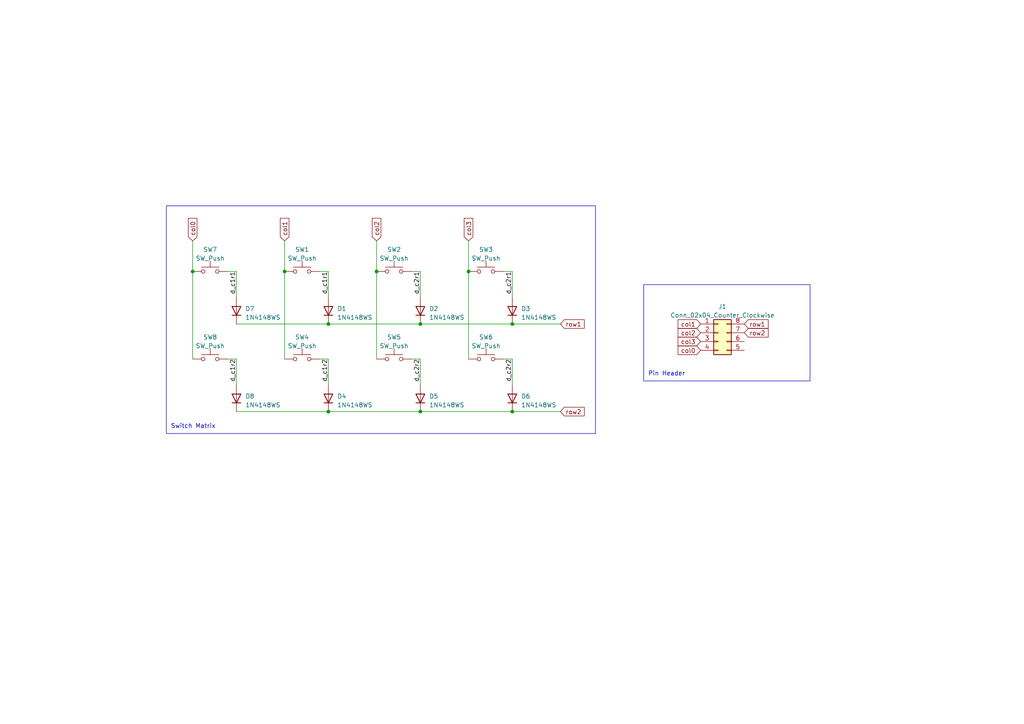
<source format=kicad_sch>
(kicad_sch (version 20230121) (generator eeschema)
  (paper "A4")
  (lib_symbols
    (symbol "Connector_Generic:Conn_02x04_Counter_Clockwise" (pin_names (offset 1.016) hide)
      (property "Reference" "J" (at 1.27 5.08 0))
      (property "Value" "Conn_02x04_Counter_Clockwise" (at 1.27 -7.62 0))
      (symbol "Conn_02x04_Counter_Clockwise_1_1"
        (rectangle (start -1.27 -4.953) (end 0 -5.207) (stroke (width 0.1524)))
        (rectangle (start -1.27 -2.413) (end 0 -2.667) (stroke (width 0.1524)))
        (rectangle (start -1.27 0.127) (end 0 -0.127) (stroke (width 0.1524)))
        (rectangle (start -1.27 2.667) (end 0 2.413) (stroke (width 0.1524)))
        (rectangle (start -1.27 3.81) (end 3.81 -6.35) (stroke (width 0.254)) (fill (type background)))
        (rectangle (start 3.81 -4.953) (end 2.54 -5.207) (stroke (width 0.1524)))
        (rectangle (start 3.81 -2.413) (end 2.54 -2.667) (stroke (width 0.1524)))
        (rectangle (start 3.81 0.127) (end 2.54 -0.127) (stroke (width 0.1524)))
        (rectangle (start 3.81 2.667) (end 2.54 2.413) (stroke (width 0.1524)))
        (pin passive line (at -5.08 2.54 0) (length 3.81) (name "Pin_1") (number "1"))
        (pin passive line (at -5.08 0 0) (length 3.81) (name "Pin_2") (number "2"))
        (pin passive line (at -5.08 -2.54 0) (length 3.81) (name "Pin_3") (number "3"))
        (pin passive line (at -5.08 -5.08 0) (length 3.81) (name "Pin_4") (number "4"))
        (pin passive line (at 7.62 -5.08 180) (length 3.81) (name "Pin_5") (number "5"))
        (pin passive line (at 7.62 -2.54 180) (length 3.81) (name "Pin_6") (number "6"))
        (pin passive line (at 7.62 0 180) (length 3.81) (name "Pin_7") (number "7"))
        (pin passive line (at 7.62 2.54 180) (length 3.81) (name "Pin_8") (number "8"))
      )
    )
    (symbol "Diode:1N4148WS" (pin_numbers hide) (pin_names hide)
      (property "Reference" "D" (at 0 2.54 0))
      (property "Value" "1N4148WS" (at 0 -2.54 0))
      (symbol "1N4148WS_0_1"
        (polyline (pts (xy -1.27 1.27) (xy -1.27 -1.27)) (stroke (width 0.254)))
        (polyline (pts (xy 1.27 0) (xy -1.27 0)))
        (polyline (pts (xy 1.27 1.27) (xy 1.27 -1.27) (xy -1.27 0) (xy 1.27 1.27)) (stroke (width 0.254)))
      )
      (symbol "1N4148WS_1_1"
        (pin passive line (at -3.81 0 0) (length 2.54) (name "K") (number "1"))
        (pin passive line (at 3.81 0 180) (length 2.54) (name "A") (number "2"))
      )
    )
    (symbol "Switch:SW_Push" (pin_numbers hide) (pin_names (offset 1.016) hide)
      (property "Reference" "SW" (at 1.27 2.54 0))
      (property "Value" "SW_Push" (at 0 -1.524 0))
      (symbol "SW_Push_0_1"
        (circle (center -2.032 0) (radius 0.508))
        (polyline (pts (xy 0 1.27) (xy 0 3.048)))
        (polyline (pts (xy 2.54 1.27) (xy -2.54 1.27)))
        (circle (center 2.032 0) (radius 0.508))
        (pin passive line (at -5.08 0 0) (length 2.54) (name "1") (number "1"))
        (pin passive line (at 5.08 0 180) (length 2.54) (name "2") (number "2"))
      )
    )
  )
  (junction (at 121.92 93.98))
  (junction (at 121.92 119.38))
  (junction (at 135.89 78.74))
  (junction (at 95.25 93.98))
  (junction (at 148.59 93.98))
  (junction (at 109.22 78.74))
  (junction (at 148.59 119.38))
  (junction (at 95.25 119.38))
  (junction (at 82.55 78.74))
  (junction (at 55.88 78.74))
  (wire (pts (xy 68.58 78.74) (xy 66.04 78.74)))
  (wire (pts (xy 95.25 93.98) (xy 121.92 93.98)))
  (wire (pts (xy 95.25 104.14) (xy 92.71 104.14)))
  (wire (pts (xy 148.59 119.38) (xy 162.56 119.38)))
  (wire (pts (xy 95.25 78.74) (xy 95.25 86.36)))
  (wire (pts (xy 82.55 69.85) (xy 82.55 78.74)))
  (wire (pts (xy 148.59 93.98) (xy 162.56 93.98)))
  (wire (pts (xy 68.58 119.38) (xy 95.25 119.38)))
  (wire (pts (xy 68.58 104.14) (xy 68.58 111.76)))
  (wire (pts (xy 135.89 69.85) (xy 135.89 78.74)))
  (wire (pts (xy 82.55 78.74) (xy 82.55 104.14)))
  (wire (pts (xy 121.92 119.38) (xy 148.59 119.38)))
  (wire (pts (xy 121.92 111.76) (xy 121.92 104.14)))
  (wire (pts (xy 121.92 104.14) (xy 119.38 104.14)))
  (wire (pts (xy 148.59 86.36) (xy 148.59 78.74)))
  (wire (pts (xy 55.88 69.85) (xy 55.88 78.74)))
  (wire (pts (xy 148.59 104.14) (xy 146.05 104.14)))
  (wire (pts (xy 68.58 93.98) (xy 95.25 93.98)))
  (wire (pts (xy 95.25 119.38) (xy 121.92 119.38)))
  (wire (pts (xy 121.92 78.74) (xy 119.38 78.74)))
  (wire (pts (xy 68.58 78.74) (xy 68.58 86.36)))
  (wire (pts (xy 135.89 78.74) (xy 135.89 104.14)))
  (wire (pts (xy 109.22 78.74) (xy 109.22 104.14)))
  (wire (pts (xy 148.59 111.76) (xy 148.59 104.14)))
  (wire (pts (xy 121.92 93.98) (xy 148.59 93.98)))
  (wire (pts (xy 95.25 78.74) (xy 92.71 78.74)))
  (wire (pts (xy 68.58 104.14) (xy 66.04 104.14)))
  (wire (pts (xy 148.59 78.74) (xy 146.05 78.74)))
  (wire (pts (xy 95.25 104.14) (xy 95.25 111.76)))
  (wire (pts (xy 121.92 86.36) (xy 121.92 78.74)))
  (wire (pts (xy 109.22 69.85) (xy 109.22 78.74)))
  (wire (pts (xy 55.88 78.74) (xy 55.88 104.14)))
  (rectangle (start 186.69 82.55) (end 234.95 110.49))
  (rectangle (start 48.26 59.69) (end 172.72 125.73))
  (text "Pin Header" (at 187.96 109.22 0) (effects (font (size 1.27 1.27)) (justify left bottom)))
  (text "Switch Matrix" (at 49.53 124.46 0) (effects (font (size 1.27 1.27)) (justify left bottom)))
  (label "d_c2r2" (at 121.92 104.14 270))
  (label "d_c2r1" (at 148.59 78.74 270))
  (label "d_c1r1" (at 95.25 78.74 270))
  (label "d_c2r1" (at 121.92 78.74 270))
  (label "d_c1r1" (at 68.58 78.74 270))
  (label "d_c1r2" (at 95.25 104.14 270))
  (label "d_c2r2" (at 148.59 104.14 270))
  (label "d_c1r2" (at 68.58 104.14 270))
  (global_label "col3" (shape input) (at 203.2 99.06 180) (property "Intersheetrefs" "${INTERSHEET_REFS}" (effects hide)))
  (global_label "row2" (shape input) (at 215.9 96.52 0) (property "Intersheetrefs" "${INTERSHEET_REFS}" (effects hide)))
  (global_label "col0" (shape input) (at 203.2 101.6 180) (property "Intersheetrefs" "${INTERSHEET_REFS}" (effects hide)))
  (global_label "col3" (shape input) (at 135.89 69.85 90) (property "Intersheetrefs" "${INTERSHEET_REFS}" (effects hide)))
  (global_label "col1" (shape input) (at 203.2 93.98 180) (property "Intersheetrefs" "${INTERSHEET_REFS}" (effects hide)))
  (global_label "row1" (shape input) (at 215.9 93.98 0) (property "Intersheetrefs" "${INTERSHEET_REFS}" (effects hide)))
  (global_label "col1" (shape input) (at 82.55 69.85 90) (property "Intersheetrefs" "${INTERSHEET_REFS}" (effects hide)))
  (global_label "row2" (shape input) (at 162.56 119.38 0) (property "Intersheetrefs" "${INTERSHEET_REFS}" (effects hide)))
  (global_label "row1" (shape input) (at 162.56 93.98 0) (property "Intersheetrefs" "${INTERSHEET_REFS}" (effects hide)))
  (global_label "col2" (shape input) (at 109.22 69.85 90) (property "Intersheetrefs" "${INTERSHEET_REFS}" (effects hide)))
  (global_label "col2" (shape input) (at 203.2 96.52 180) (property "Intersheetrefs" "${INTERSHEET_REFS}" (effects hide)))
  (global_label "col0" (shape input) (at 55.88 69.85 90) (property "Intersheetrefs" "${INTERSHEET_REFS}" (effects hide)))
  (symbol (lib_id "Switch:SW_Push") (at 60.96 78.74 0) (unit 1)
    (property "Reference" "SW7" (at 60.96 72.39 0))
    (property "Value" "SW_Push" (at 60.96 74.93 0))
    (property "Footprint" "Project Footprints:smd_simple_sample" (effects hide))
  )
  (symbol (lib_id "Switch:SW_Push") (at 114.3 78.74 0) (unit 1)
    (property "Reference" "SW2" (at 114.3 72.39 0))
    (property "Value" "SW_Push" (at 114.3 74.93 0))
    (property "Footprint" "Project Footprints:smd_simple_sample" (effects hide))
  )
  (symbol (lib_id "Diode:1N4148WS") (at 148.59 115.57 90) (unit 1)
    (property "Reference" "D6" (at 151.13 114.935 90) (effects (justify right)))
    (property "Value" "1N4148WS" (at 151.13 117.475 90) (effects (justify right)))
    (property "Footprint" "Diode_SMD:D_SOD-323_HandSoldering" (effects hide))
    (property "Datasheet" "https://www.vishay.com/docs/85751/1n4148ws.pdf" (effects hide))
    (property "Sim.Device" "D" (effects hide))
    (property "Sim.Pins" "1=K 2=A" (effects hide))
  )
  (symbol (lib_id "Diode:1N4148WS") (at 121.92 115.57 90) (unit 1)
    (property "Reference" "D5" (at 124.46 114.935 90) (effects (justify right)))
    (property "Value" "1N4148WS" (at 124.46 117.475 90) (effects (justify right)))
    (property "Footprint" "Diode_SMD:D_SOD-323_HandSoldering" (effects hide))
    (property "Datasheet" "https://www.vishay.com/docs/85751/1n4148ws.pdf" (effects hide))
    (property "Sim.Device" "D" (effects hide))
    (property "Sim.Pins" "1=K 2=A" (effects hide))
  )
  (symbol (lib_id "Switch:SW_Push") (at 87.63 78.74 0) (unit 1)
    (property "Reference" "SW1" (at 87.63 72.39 0))
    (property "Value" "SW_Push" (at 87.63 74.93 0))
    (property "Footprint" "Project Footprints:smd_simple_sample" (effects hide))
  )
  (symbol (lib_id "Diode:1N4148WS") (at 148.59 90.17 90) (unit 1)
    (property "Reference" "D3" (at 151.13 89.535 90) (effects (justify right)))
    (property "Value" "1N4148WS" (at 151.13 92.075 90) (effects (justify right)))
    (property "Footprint" "Diode_SMD:D_SOD-323_HandSoldering" (effects hide))
    (property "Datasheet" "https://www.vishay.com/docs/85751/1n4148ws.pdf" (effects hide))
    (property "Sim.Device" "D" (effects hide))
    (property "Sim.Pins" "1=K 2=A" (effects hide))
  )
  (symbol (lib_id "Diode:1N4148WS") (at 95.25 115.57 90) (unit 1)
    (property "Reference" "D4" (at 97.79 114.935 90) (effects (justify right)))
    (property "Value" "1N4148WS" (at 97.79 117.475 90) (effects (justify right)))
    (property "Footprint" "Diode_SMD:D_SOD-323_HandSoldering" (effects hide))
    (property "Datasheet" "https://www.vishay.com/docs/85751/1n4148ws.pdf" (effects hide))
    (property "Sim.Device" "D" (effects hide))
    (property "Sim.Pins" "1=K 2=A" (effects hide))
  )
  (symbol (lib_id "Connector_Generic:Conn_02x04_Counter_Clockwise") (at 208.28 96.52 0) (unit 1)
    (property "Reference" "J1" (at 209.55 88.9 0))
    (property "Value" "Conn_02x04_Counter_Clockwise" (at 209.55 91.44 0))
    (property "Footprint" "Connector_PinHeader_2.54mm:PinHeader_2x04_P2.54mm_Vertical" (effects hide))
  )
  (symbol (lib_id "Switch:SW_Push") (at 140.97 78.74 0) (unit 1)
    (property "Reference" "SW3" (at 140.97 72.39 0))
    (property "Value" "SW_Push" (at 140.97 74.93 0))
    (property "Footprint" "Project Footprints:smd_simple_sample" (effects hide))
  )
  (symbol (lib_id "Switch:SW_Push") (at 140.97 104.14 0) (unit 1)
    (property "Reference" "SW6" (at 140.97 97.79 0))
    (property "Value" "SW_Push" (at 140.97 100.33 0))
    (property "Footprint" "Project Footprints:th_simple_sample" (effects hide))
  )
  (symbol (lib_id "Diode:1N4148WS") (at 121.92 90.17 90) (unit 1)
    (property "Reference" "D2" (at 124.46 89.535 90) (effects (justify right)))
    (property "Value" "1N4148WS" (at 124.46 92.075 90) (effects (justify right)))
    (property "Footprint" "Diode_SMD:D_SOD-323_HandSoldering" (effects hide))
    (property "Datasheet" "https://www.vishay.com/docs/85751/1n4148ws.pdf" (effects hide))
    (property "Sim.Device" "D" (effects hide))
    (property "Sim.Pins" "1=K 2=A" (effects hide))
  )
  (symbol (lib_id "Diode:1N4148WS") (at 68.58 115.57 90) (unit 1)
    (property "Reference" "D8" (at 71.12 114.935 90) (effects (justify right)))
    (property "Value" "1N4148WS" (at 71.12 117.475 90) (effects (justify right)))
    (property "Footprint" "Diode_SMD:D_SOD-323_HandSoldering" (effects hide))
    (property "Datasheet" "https://www.vishay.com/docs/85751/1n4148ws.pdf" (effects hide))
    (property "Sim.Device" "D" (effects hide))
    (property "Sim.Pins" "1=K 2=A" (effects hide))
  )
  (symbol (lib_id "Switch:SW_Push") (at 114.3 104.14 0) (unit 1)
    (property "Reference" "SW5" (at 114.3 97.79 0))
    (property "Value" "SW_Push" (at 114.3 100.33 0))
    (property "Footprint" "Project Footprints:th_simple_sample" (effects hide))
  )
  (symbol (lib_id "Switch:SW_Push") (at 60.96 104.14 0) (unit 1)
    (property "Reference" "SW8" (at 60.96 97.79 0))
    (property "Value" "SW_Push" (at 60.96 100.33 0))
    (property "Footprint" "Project Footprints:th_simple_sample" (effects hide))
  )
  (symbol (lib_id "Diode:1N4148WS") (at 68.58 90.17 90) (unit 1)
    (property "Reference" "D7" (at 71.12 89.535 90) (effects (justify right)))
    (property "Value" "1N4148WS" (at 71.12 92.075 90) (effects (justify right)))
    (property "Footprint" "Diode_SMD:D_SOD-323_HandSoldering" (effects hide))
    (property "Datasheet" "https://www.vishay.com/docs/85751/1n4148ws.pdf" (effects hide))
    (property "Sim.Device" "D" (effects hide))
    (property "Sim.Pins" "1=K 2=A" (effects hide))
  )
  (symbol (lib_id "Diode:1N4148WS") (at 95.25 90.17 90) (unit 1)
    (property "Reference" "D1" (at 97.79 89.535 90) (effects (justify right)))
    (property "Value" "1N4148WS" (at 97.79 92.075 90) (effects (justify right)))
    (property "Footprint" "Diode_SMD:D_SOD-323_HandSoldering" (effects hide))
    (property "Datasheet" "https://www.vishay.com/docs/85751/1n4148ws.pdf" (effects hide))
    (property "Sim.Device" "D" (effects hide))
    (property "Sim.Pins" "1=K 2=A" (effects hide))
  )
  (symbol (lib_id "Switch:SW_Push") (at 87.63 104.14 0) (unit 1)
    (property "Reference" "SW4" (at 87.63 97.79 0))
    (property "Value" "SW_Push" (at 87.63 100.33 0))
    (property "Footprint" "Project Footprints:th_simple_sample" (effects hide))
  )
)
</source>
